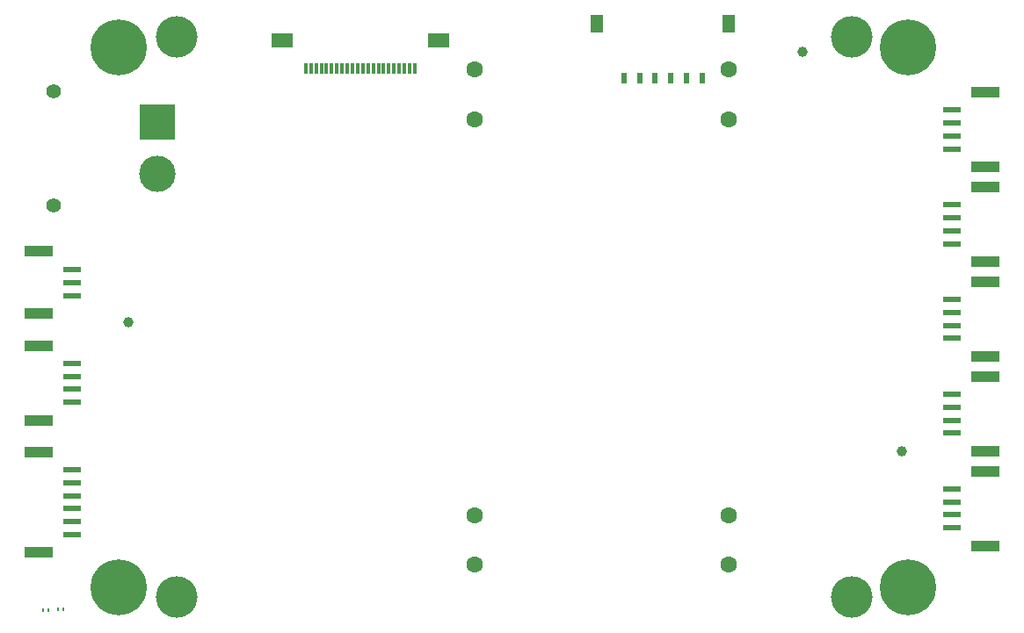
<source format=gbr>
%TF.GenerationSoftware,KiCad,Pcbnew,(5.1.8)-1*%
%TF.CreationDate,2021-06-12T11:00:54-04:00*%
%TF.ProjectId,pixc4-jetson-universal-carrier,70697863-342d-46a6-9574-736f6e2d756e,rev?*%
%TF.SameCoordinates,Original*%
%TF.FileFunction,Soldermask,Bot*%
%TF.FilePolarity,Negative*%
%FSLAX46Y46*%
G04 Gerber Fmt 4.6, Leading zero omitted, Abs format (unit mm)*
G04 Created by KiCad (PCBNEW (5.1.8)-1) date 2021-06-12 11:00:54*
%MOMM*%
%LPD*%
G01*
G04 APERTURE LIST*
%ADD10C,4.000000*%
%ADD11C,1.600000*%
%ADD12C,3.500000*%
%ADD13R,3.500000X3.500000*%
%ADD14C,1.400000*%
%ADD15R,1.800000X0.600000*%
%ADD16R,2.800000X1.000000*%
%ADD17R,2.006600X1.346200*%
%ADD18R,0.355600X1.041400*%
%ADD19R,0.280000X0.430000*%
%ADD20R,1.250000X1.800000*%
%ADD21R,0.600000X1.000000*%
%ADD22C,1.000000*%
%ADD23C,5.400000*%
%ADD24C,0.800000*%
G04 APERTURE END LIST*
D10*
%TO.C,U5*%
X132105400Y-134734300D03*
X67105400Y-134734300D03*
X132105400Y-80734300D03*
X67105400Y-80734300D03*
%TD*%
D11*
%TO.C,J5*%
X120250000Y-88625000D03*
X95750000Y-88625000D03*
X120250000Y-83875000D03*
X95750000Y-83875000D03*
%TD*%
%TO.C,J6*%
X120250000Y-131625000D03*
X95750000Y-131625000D03*
X120250000Y-126875000D03*
X95750000Y-126875000D03*
%TD*%
D12*
%TO.C,J27*%
X65194180Y-93920320D03*
D13*
X65194180Y-88920320D03*
D14*
X55194180Y-96920320D03*
X55194180Y-85920320D03*
%TD*%
D15*
%TO.C,J24*%
X141798240Y-124300320D03*
X141798240Y-125550320D03*
X141798240Y-126800320D03*
X141798240Y-128050320D03*
D16*
X144998240Y-129775320D03*
X144998240Y-122575320D03*
%TD*%
D15*
%TO.C,J23*%
X141798240Y-115165005D03*
X141798240Y-116415005D03*
X141798240Y-117665005D03*
X141798240Y-118915005D03*
D16*
X144998240Y-120640005D03*
X144998240Y-113440005D03*
%TD*%
D15*
%TO.C,J22*%
X141798240Y-106029690D03*
X141798240Y-107279690D03*
X141798240Y-108529690D03*
X141798240Y-109779690D03*
D16*
X144998240Y-111504690D03*
X144998240Y-104304690D03*
%TD*%
D15*
%TO.C,J21*%
X141798240Y-96894375D03*
X141798240Y-98144375D03*
X141798240Y-99394375D03*
X141798240Y-100644375D03*
D16*
X144998240Y-102369375D03*
X144998240Y-95169375D03*
%TD*%
D15*
%TO.C,J18*%
X57020260Y-128698660D03*
X57020260Y-127448660D03*
X57020260Y-126198660D03*
X57020260Y-124948660D03*
X57020260Y-123698660D03*
X57020260Y-122448660D03*
D16*
X53820260Y-120723660D03*
X53820260Y-130423660D03*
%TD*%
D15*
%TO.C,J17*%
X57020260Y-115937640D03*
X57020260Y-114687640D03*
X57020260Y-113437640D03*
X57020260Y-112187640D03*
D16*
X53820260Y-110462640D03*
X53820260Y-117662640D03*
%TD*%
D15*
%TO.C,J9*%
X141798240Y-87759060D03*
X141798240Y-89009060D03*
X141798240Y-90259060D03*
X141798240Y-91509060D03*
D16*
X144998240Y-93234060D03*
X144998240Y-86034060D03*
%TD*%
D17*
%TO.C,J8*%
X92322500Y-81077480D03*
X77222500Y-81077480D03*
D18*
X90022500Y-83777480D03*
X89522501Y-83777480D03*
X89022499Y-83777480D03*
X88522500Y-83777480D03*
X88022501Y-83777480D03*
X87522500Y-83777480D03*
X87022501Y-83777480D03*
X86522499Y-83777480D03*
X86022500Y-83777480D03*
X85522501Y-83777480D03*
X85022500Y-83777480D03*
X84522500Y-83777480D03*
X84022499Y-83777480D03*
X83522500Y-83777480D03*
X83022501Y-83777480D03*
X82522499Y-83777480D03*
X82022500Y-83777480D03*
X81522499Y-83777480D03*
X81022500Y-83777480D03*
X80522501Y-83777480D03*
X80022499Y-83777480D03*
X79522500Y-83777480D03*
%TD*%
D15*
%TO.C,J7*%
X57020260Y-105651620D03*
X57020260Y-104401620D03*
X57020260Y-103151620D03*
D16*
X53820260Y-101401620D03*
X53820260Y-107401620D03*
%TD*%
D19*
%TO.C,R17*%
X56146000Y-135940800D03*
X55626000Y-135940800D03*
%TD*%
%TO.C,R16*%
X54241700Y-135966200D03*
X54761700Y-135966200D03*
%TD*%
D20*
%TO.C,J14*%
X107571700Y-79453740D03*
X120281700Y-79453740D03*
D21*
X110176700Y-84643740D03*
X111676700Y-84643740D03*
X113176700Y-84643740D03*
X114676700Y-84643740D03*
X116176700Y-84643740D03*
X117676700Y-84643740D03*
%TD*%
D22*
%TO.C,FID6*%
X136956800Y-120637300D03*
%TD*%
%TO.C,FID5*%
X62433200Y-108229400D03*
%TD*%
%TO.C,FID3*%
X127406400Y-82118200D03*
%TD*%
D23*
%TO.C,J4*%
X137500000Y-133750000D03*
D24*
X139525000Y-133750000D03*
X138931891Y-135181891D03*
X137500000Y-135775000D03*
X136068109Y-135181891D03*
X135475000Y-133750000D03*
X136068109Y-132318109D03*
X137500000Y-131725000D03*
X138931891Y-132318109D03*
%TD*%
D23*
%TO.C,J3*%
X137500000Y-81750000D03*
D24*
X139525000Y-81750000D03*
X138931891Y-83181891D03*
X137500000Y-83775000D03*
X136068109Y-83181891D03*
X135475000Y-81750000D03*
X136068109Y-80318109D03*
X137500000Y-79725000D03*
X138931891Y-80318109D03*
%TD*%
D23*
%TO.C,J2*%
X61500000Y-133750000D03*
D24*
X63525000Y-133750000D03*
X62931891Y-135181891D03*
X61500000Y-135775000D03*
X60068109Y-135181891D03*
X59475000Y-133750000D03*
X60068109Y-132318109D03*
X61500000Y-131725000D03*
X62931891Y-132318109D03*
%TD*%
D23*
%TO.C,J1*%
X61500000Y-81750000D03*
D24*
X63525000Y-81750000D03*
X62931891Y-83181891D03*
X61500000Y-83775000D03*
X60068109Y-83181891D03*
X59475000Y-81750000D03*
X60068109Y-80318109D03*
X61500000Y-79725000D03*
X62931891Y-80318109D03*
%TD*%
M02*

</source>
